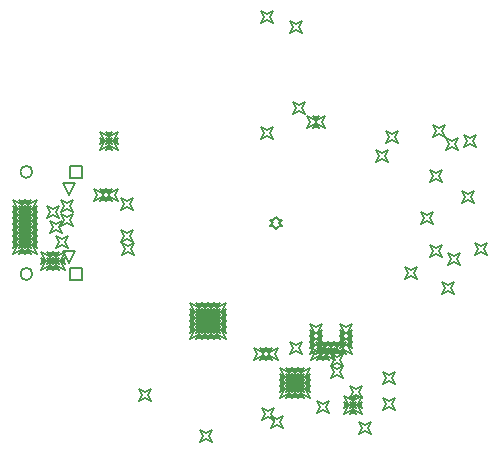
<source format=gbr>
G04 Layer_Color=2752767*
%FSLAX25Y25*%
%MOIN*%
%TF.FileFunction,Drawing*%
%TF.Part,Single*%
G01*
G75*
%ADD55C,0.00500*%
%ADD56C,0.00667*%
D55*
X325028Y374693D02*
Y378693D01*
X329028D01*
Y374693D01*
X325028D01*
X325028Y408709D02*
Y412709D01*
X329028D01*
Y408709D01*
X325028D01*
X324941Y380323D02*
X322941Y384323D01*
X326941D01*
X324941Y380323D01*
Y403079D02*
X322941Y407079D01*
X326941D01*
X324941Y403079D01*
X393701Y391701D02*
X394701Y392701D01*
X395701D01*
X394701Y393701D01*
X395701Y394701D01*
X394701D01*
X393701Y395701D01*
X392701Y394701D01*
X391701D01*
X392701Y393701D01*
X391701Y392701D01*
X392701D01*
X393701Y391701D01*
X405500Y348000D02*
X406500Y350000D01*
X405500Y352000D01*
X407500Y351000D01*
X409500Y352000D01*
X408500Y350000D01*
X409500Y348000D01*
X407500Y349000D01*
X405500Y348000D01*
X407500D02*
X408500Y350000D01*
X407500Y352000D01*
X409500Y351000D01*
X411500Y352000D01*
X410500Y350000D01*
X411500Y348000D01*
X409500Y349000D01*
X407500Y348000D01*
X409500D02*
X410500Y350000D01*
X409500Y352000D01*
X411500Y351000D01*
X413500Y352000D01*
X412500Y350000D01*
X413500Y348000D01*
X411500Y349000D01*
X409500Y348000D01*
X365000Y361000D02*
X366000Y363000D01*
X365000Y365000D01*
X367000Y364000D01*
X369000Y365000D01*
X368000Y363000D01*
X369000Y361000D01*
X367000Y362000D01*
X365000Y361000D01*
Y363000D02*
X366000Y365000D01*
X365000Y367000D01*
X367000Y366000D01*
X369000Y367000D01*
X368000Y365000D01*
X369000Y363000D01*
X367000Y364000D01*
X365000Y363000D01*
Y359000D02*
X366000Y361000D01*
X365000Y363000D01*
X367000Y362000D01*
X369000Y363000D01*
X368000Y361000D01*
X369000Y359000D01*
X367000Y360000D01*
X365000Y359000D01*
Y357000D02*
X366000Y359000D01*
X365000Y361000D01*
X367000Y360000D01*
X369000Y361000D01*
X368000Y359000D01*
X369000Y357000D01*
X367000Y358000D01*
X365000Y357000D01*
Y355000D02*
X366000Y357000D01*
X365000Y359000D01*
X367000Y358000D01*
X369000Y359000D01*
X368000Y357000D01*
X369000Y355000D01*
X367000Y356000D01*
X365000Y355000D01*
X373000D02*
X374000Y357000D01*
X373000Y359000D01*
X375000Y358000D01*
X377000Y359000D01*
X376000Y357000D01*
X377000Y355000D01*
X375000Y356000D01*
X373000Y355000D01*
X371000D02*
X372000Y357000D01*
X371000Y359000D01*
X373000Y358000D01*
X375000Y359000D01*
X374000Y357000D01*
X375000Y355000D01*
X373000Y356000D01*
X371000Y355000D01*
X369000D02*
X370000Y357000D01*
X369000Y359000D01*
X371000Y358000D01*
X373000Y359000D01*
X372000Y357000D01*
X373000Y355000D01*
X371000Y356000D01*
X369000Y355000D01*
X367000D02*
X368000Y357000D01*
X367000Y359000D01*
X369000Y358000D01*
X371000Y359000D01*
X370000Y357000D01*
X371000Y355000D01*
X369000Y356000D01*
X367000Y355000D01*
Y363000D02*
X368000Y365000D01*
X367000Y367000D01*
X369000Y366000D01*
X371000Y367000D01*
X370000Y365000D01*
X371000Y363000D01*
X369000Y364000D01*
X367000Y363000D01*
Y361000D02*
X368000Y363000D01*
X367000Y365000D01*
X369000Y364000D01*
X371000Y365000D01*
X370000Y363000D01*
X371000Y361000D01*
X369000Y362000D01*
X367000Y361000D01*
Y359000D02*
X368000Y361000D01*
X367000Y363000D01*
X369000Y362000D01*
X371000Y363000D01*
X370000Y361000D01*
X371000Y359000D01*
X369000Y360000D01*
X367000Y359000D01*
Y357000D02*
X368000Y359000D01*
X367000Y361000D01*
X369000Y360000D01*
X371000Y361000D01*
X370000Y359000D01*
X371000Y357000D01*
X369000Y358000D01*
X367000Y357000D01*
X369000D02*
X370000Y359000D01*
X369000Y361000D01*
X371000Y360000D01*
X373000Y361000D01*
X372000Y359000D01*
X373000Y357000D01*
X371000Y358000D01*
X369000Y357000D01*
X371000D02*
X372000Y359000D01*
X371000Y361000D01*
X373000Y360000D01*
X375000Y361000D01*
X374000Y359000D01*
X375000Y357000D01*
X373000Y358000D01*
X371000Y357000D01*
X373000D02*
X374000Y359000D01*
X373000Y361000D01*
X375000Y360000D01*
X377000Y361000D01*
X376000Y359000D01*
X377000Y357000D01*
X375000Y358000D01*
X373000Y357000D01*
X310000Y383500D02*
X311000Y385500D01*
X310000Y387500D01*
X312000Y386500D01*
X314000Y387500D01*
X313000Y385500D01*
X314000Y383500D01*
X312000Y384500D01*
X310000Y383500D01*
X308000D02*
X309000Y385500D01*
X308000Y387500D01*
X310000Y386500D01*
X312000Y387500D01*
X311000Y385500D01*
X312000Y383500D01*
X310000Y384500D01*
X308000Y383500D01*
X306000D02*
X307000Y385500D01*
X306000Y387500D01*
X308000Y386500D01*
X310000Y387500D01*
X309000Y385500D01*
X310000Y383500D01*
X308000Y384500D01*
X306000Y383500D01*
Y385500D02*
X307000Y387500D01*
X306000Y389500D01*
X308000Y388500D01*
X310000Y389500D01*
X309000Y387500D01*
X310000Y385500D01*
X308000Y386500D01*
X306000Y385500D01*
X308000D02*
X309000Y387500D01*
X308000Y389500D01*
X310000Y388500D01*
X312000Y389500D01*
X311000Y387500D01*
X312000Y385500D01*
X310000Y386500D01*
X308000Y385500D01*
X310000D02*
X311000Y387500D01*
X310000Y389500D01*
X312000Y388500D01*
X314000Y389500D01*
X313000Y387500D01*
X314000Y385500D01*
X312000Y386500D01*
X310000Y385500D01*
Y387500D02*
X311000Y389500D01*
X310000Y391500D01*
X312000Y390500D01*
X314000Y391500D01*
X313000Y389500D01*
X314000Y387500D01*
X312000Y388500D01*
X310000Y387500D01*
X308000D02*
X309000Y389500D01*
X308000Y391500D01*
X310000Y390500D01*
X312000Y391500D01*
X311000Y389500D01*
X312000Y387500D01*
X310000Y388500D01*
X308000Y387500D01*
X306000D02*
X307000Y389500D01*
X306000Y391500D01*
X308000Y390500D01*
X310000Y391500D01*
X309000Y389500D01*
X310000Y387500D01*
X308000Y388500D01*
X306000Y387500D01*
Y389500D02*
X307000Y391500D01*
X306000Y393500D01*
X308000Y392500D01*
X310000Y393500D01*
X309000Y391500D01*
X310000Y389500D01*
X308000Y390500D01*
X306000Y389500D01*
X308000D02*
X309000Y391500D01*
X308000Y393500D01*
X310000Y392500D01*
X312000Y393500D01*
X311000Y391500D01*
X312000Y389500D01*
X310000Y390500D01*
X308000Y389500D01*
X310000D02*
X311000Y391500D01*
X310000Y393500D01*
X312000Y392500D01*
X314000Y393500D01*
X313000Y391500D01*
X314000Y389500D01*
X312000Y390500D01*
X310000Y389500D01*
Y397500D02*
X311000Y399500D01*
X310000Y401500D01*
X312000Y400500D01*
X314000Y401500D01*
X313000Y399500D01*
X314000Y397500D01*
X312000Y398500D01*
X310000Y397500D01*
X308000D02*
X309000Y399500D01*
X308000Y401500D01*
X310000Y400500D01*
X312000Y401500D01*
X311000Y399500D01*
X312000Y397500D01*
X310000Y398500D01*
X308000Y397500D01*
X306000D02*
X307000Y399500D01*
X306000Y401500D01*
X308000Y400500D01*
X310000Y401500D01*
X309000Y399500D01*
X310000Y397500D01*
X308000Y398500D01*
X306000Y397500D01*
Y395500D02*
X307000Y397500D01*
X306000Y399500D01*
X308000Y398500D01*
X310000Y399500D01*
X309000Y397500D01*
X310000Y395500D01*
X308000Y396500D01*
X306000Y395500D01*
Y393500D02*
X307000Y395500D01*
X306000Y397500D01*
X308000Y396500D01*
X310000Y397500D01*
X309000Y395500D01*
X310000Y393500D01*
X308000Y394500D01*
X306000Y393500D01*
Y391500D02*
X307000Y393500D01*
X306000Y395500D01*
X308000Y394500D01*
X310000Y395500D01*
X309000Y393500D01*
X310000Y391500D01*
X308000Y392500D01*
X306000Y391500D01*
X308000D02*
X309000Y393500D01*
X308000Y395500D01*
X310000Y394500D01*
X312000Y395500D01*
X311000Y393500D01*
X312000Y391500D01*
X310000Y392500D01*
X308000Y391500D01*
X310000D02*
X311000Y393500D01*
X310000Y395500D01*
X312000Y394500D01*
X314000Y395500D01*
X313000Y393500D01*
X314000Y391500D01*
X312000Y392500D01*
X310000Y391500D01*
Y393500D02*
X311000Y395500D01*
X310000Y397500D01*
X312000Y396500D01*
X314000Y397500D01*
X313000Y395500D01*
X314000Y393500D01*
X312000Y394500D01*
X310000Y393500D01*
X308000D02*
X309000Y395500D01*
X308000Y397500D01*
X310000Y396500D01*
X312000Y397500D01*
X311000Y395500D01*
X312000Y393500D01*
X310000Y394500D01*
X308000Y393500D01*
Y395500D02*
X309000Y397500D01*
X308000Y399500D01*
X310000Y398500D01*
X312000Y399500D01*
X311000Y397500D01*
X312000Y395500D01*
X310000Y396500D01*
X308000Y395500D01*
X310000D02*
X311000Y397500D01*
X310000Y399500D01*
X312000Y398500D01*
X314000Y399500D01*
X313000Y397500D01*
X314000Y395500D01*
X312000Y396500D01*
X310000Y395500D01*
X333000Y401000D02*
X334000Y403000D01*
X333000Y405000D01*
X335000Y404000D01*
X337000Y405000D01*
X336000Y403000D01*
X337000Y401000D01*
X335000Y402000D01*
X333000Y401000D01*
X337000D02*
X338000Y403000D01*
X337000Y405000D01*
X339000Y404000D01*
X341000Y405000D01*
X340000Y403000D01*
X341000Y401000D01*
X339000Y402000D01*
X337000Y401000D01*
X335000D02*
X336000Y403000D01*
X335000Y405000D01*
X337000Y404000D01*
X339000Y405000D01*
X338000Y403000D01*
X339000Y401000D01*
X337000Y402000D01*
X335000Y401000D01*
Y418000D02*
X336000Y420000D01*
X335000Y422000D01*
X337000Y421000D01*
X339000Y422000D01*
X338000Y420000D01*
X339000Y418000D01*
X337000Y419000D01*
X335000Y418000D01*
X337000D02*
X338000Y420000D01*
X337000Y422000D01*
X339000Y421000D01*
X341000Y422000D01*
X340000Y420000D01*
X341000Y418000D01*
X339000Y419000D01*
X337000Y418000D01*
Y420000D02*
X338000Y422000D01*
X337000Y424000D01*
X339000Y423000D01*
X341000Y424000D01*
X340000Y422000D01*
X341000Y420000D01*
X339000Y421000D01*
X337000Y420000D01*
X335000D02*
X336000Y422000D01*
X335000Y424000D01*
X337000Y423000D01*
X339000Y424000D01*
X338000Y422000D01*
X339000Y420000D01*
X337000Y421000D01*
X335000Y420000D01*
X317500Y395500D02*
X318500Y397500D01*
X317500Y399500D01*
X319500Y398500D01*
X321500Y399500D01*
X320500Y397500D01*
X321500Y395500D01*
X319500Y396500D01*
X317500Y395500D01*
X318593Y390407D02*
X319593Y392407D01*
X318593Y394407D01*
X320593Y393407D01*
X322593Y394407D01*
X321593Y392407D01*
X322593Y390407D01*
X320593Y391407D01*
X318593Y390407D01*
X342500Y383000D02*
X343500Y385000D01*
X342500Y387000D01*
X344500Y386000D01*
X346500Y387000D01*
X345500Y385000D01*
X346500Y383000D01*
X344500Y384000D01*
X342500Y383000D01*
X342000Y398000D02*
X343000Y400000D01*
X342000Y402000D01*
X344000Y401000D01*
X346000Y402000D01*
X345000Y400000D01*
X346000Y398000D01*
X344000Y399000D01*
X342000Y398000D01*
X322000Y397500D02*
X323000Y399500D01*
X322000Y401500D01*
X324000Y400500D01*
X326000Y401500D01*
X325000Y399500D01*
X326000Y397500D01*
X324000Y398500D01*
X322000Y397500D01*
X320500Y385500D02*
X321500Y387500D01*
X320500Y389500D01*
X322500Y388500D01*
X324500Y389500D01*
X323500Y387500D01*
X324500Y385500D01*
X322500Y386500D01*
X320500Y385500D01*
X322000Y392557D02*
X323000Y394557D01*
X322000Y396557D01*
X324000Y395557D01*
X326000Y396557D01*
X325000Y394557D01*
X326000Y392557D01*
X324000Y393557D01*
X322000Y392557D01*
X446000Y422500D02*
X447000Y424500D01*
X446000Y426500D01*
X448000Y425500D01*
X450000Y426500D01*
X449000Y424500D01*
X450000Y422500D01*
X448000Y423500D01*
X446000Y422500D01*
X315500Y378000D02*
X316500Y380000D01*
X315500Y382000D01*
X317500Y381000D01*
X319500Y382000D01*
X318500Y380000D01*
X319500Y378000D01*
X317500Y379000D01*
X315500Y378000D01*
X317500D02*
X318500Y380000D01*
X317500Y382000D01*
X319500Y381000D01*
X321500Y382000D01*
X320500Y380000D01*
X321500Y378000D01*
X319500Y379000D01*
X317500Y378000D01*
X388669Y460331D02*
X389669Y462331D01*
X388669Y464331D01*
X390669Y463331D01*
X392669Y464331D01*
X391669Y462331D01*
X392669Y460331D01*
X390669Y461331D01*
X388669Y460331D01*
X449000Y370000D02*
X450000Y372000D01*
X449000Y374000D01*
X451000Y373000D01*
X453000Y374000D01*
X452000Y372000D01*
X453000Y370000D01*
X451000Y371000D01*
X449000Y370000D01*
X427000Y414000D02*
X428000Y416000D01*
X427000Y418000D01*
X429000Y417000D01*
X431000Y418000D01*
X430000Y416000D01*
X431000Y414000D01*
X429000Y415000D01*
X427000Y414000D01*
X430500Y420500D02*
X431500Y422500D01*
X430500Y424500D01*
X432500Y423500D01*
X434500Y424500D01*
X433500Y422500D01*
X434500Y420500D01*
X432500Y421500D01*
X430500Y420500D01*
X388669Y421669D02*
X389669Y423669D01*
X388669Y425669D01*
X390669Y424669D01*
X392669Y425669D01*
X391669Y423669D01*
X392669Y421669D01*
X390669Y422669D01*
X388669Y421669D01*
X398500Y457000D02*
X399500Y459000D01*
X398500Y461000D01*
X400500Y460000D01*
X402500Y461000D01*
X401500Y459000D01*
X402500Y457000D01*
X400500Y458000D01*
X398500Y457000D01*
X399500Y430000D02*
X400500Y432000D01*
X399500Y434000D01*
X401500Y433000D01*
X403500Y434000D01*
X402500Y432000D01*
X403500Y430000D01*
X401500Y431000D01*
X399500Y430000D01*
X455776Y400224D02*
X456776Y402224D01*
X455776Y404224D01*
X457776Y403224D01*
X459776Y404224D01*
X458776Y402224D01*
X459776Y400224D01*
X457776Y401224D01*
X455776Y400224D01*
X456531Y419031D02*
X457531Y421032D01*
X456531Y423032D01*
X458532Y422031D01*
X460532Y423032D01*
X459531Y421032D01*
X460532Y419031D01*
X458532Y420031D01*
X456531Y419031D01*
X450468Y417969D02*
X451469Y419969D01*
X450468Y421969D01*
X452468Y420968D01*
X454468Y421969D01*
X453469Y419969D01*
X454468Y417969D01*
X452468Y418968D01*
X450468Y417969D01*
X460000Y383000D02*
X461000Y385000D01*
X460000Y387000D01*
X462000Y386000D01*
X464000Y387000D01*
X463000Y385000D01*
X464000Y383000D01*
X462000Y384000D01*
X460000Y383000D01*
X450969Y379532D02*
X451968Y381532D01*
X450969Y383531D01*
X452969Y382531D01*
X454969Y383531D01*
X453968Y381532D01*
X454969Y379532D01*
X452969Y380532D01*
X450969Y379532D01*
X406000Y425500D02*
X407000Y427500D01*
X406000Y429500D01*
X408000Y428500D01*
X410000Y429500D01*
X409000Y427500D01*
X410000Y425500D01*
X408000Y426500D01*
X406000Y425500D01*
X429500Y340000D02*
X430500Y342000D01*
X429500Y344000D01*
X431500Y343000D01*
X433500Y344000D01*
X432500Y342000D01*
X433500Y340000D01*
X431500Y341000D01*
X429500Y340000D01*
Y331500D02*
X430500Y333500D01*
X429500Y335500D01*
X431500Y334500D01*
X433500Y335500D01*
X432500Y333500D01*
X433500Y331500D01*
X431500Y332500D01*
X429500Y331500D01*
X445000Y407500D02*
X446000Y409500D01*
X445000Y411500D01*
X447000Y410500D01*
X449000Y411500D01*
X448000Y409500D01*
X449000Y407500D01*
X447000Y408500D01*
X445000Y407500D01*
Y382500D02*
X446000Y384500D01*
X445000Y386500D01*
X447000Y385500D01*
X449000Y386500D01*
X448000Y384500D01*
X449000Y382500D01*
X447000Y383500D01*
X445000Y382500D01*
X436913Y374913D02*
X437913Y376913D01*
X436913Y378913D01*
X438913Y377913D01*
X440913Y378913D01*
X439913Y376913D01*
X440913Y374913D01*
X438913Y375913D01*
X436913Y374913D01*
X442240Y393240D02*
X443240Y395240D01*
X442240Y397240D01*
X444240Y396240D01*
X446240Y397240D01*
X445240Y395240D01*
X446240Y393240D01*
X444240Y394240D01*
X442240Y393240D01*
X421500Y323500D02*
X422500Y325500D01*
X421500Y327500D01*
X423500Y326500D01*
X425500Y327500D01*
X424500Y325500D01*
X425500Y323500D01*
X423500Y324500D01*
X421500Y323500D01*
X418500Y335500D02*
X419500Y337500D01*
X418500Y339500D01*
X420500Y338500D01*
X422500Y339500D01*
X421500Y337500D01*
X422500Y335500D01*
X420500Y336500D01*
X418500Y335500D01*
X407500Y330500D02*
X408500Y332500D01*
X407500Y334500D01*
X409500Y333500D01*
X411500Y334500D01*
X410500Y332500D01*
X411500Y330500D01*
X409500Y331500D01*
X407500Y330500D01*
X342000Y387500D02*
X343000Y389500D01*
X342000Y391500D01*
X344000Y390500D01*
X346000Y391500D01*
X345000Y389500D01*
X346000Y387500D01*
X344000Y388500D01*
X342000Y387500D01*
X404000Y425500D02*
X405000Y427500D01*
X404000Y429500D01*
X406000Y428500D01*
X408000Y429500D01*
X407000Y427500D01*
X408000Y425500D01*
X406000Y426500D01*
X404000Y425500D01*
X389000Y328000D02*
X390000Y330000D01*
X389000Y332000D01*
X391000Y331000D01*
X393000Y332000D01*
X392000Y330000D01*
X393000Y328000D01*
X391000Y329000D01*
X389000Y328000D01*
X416500Y330000D02*
X417500Y332000D01*
X416500Y334000D01*
X418500Y333000D01*
X420500Y334000D01*
X419500Y332000D01*
X420500Y330000D01*
X418500Y331000D01*
X416500Y330000D01*
Y332000D02*
X417500Y334000D01*
X416500Y336000D01*
X418500Y335000D01*
X420500Y336000D01*
X419500Y334000D01*
X420500Y332000D01*
X418500Y333000D01*
X416500Y332000D01*
X418500Y330000D02*
X419500Y332000D01*
X418500Y334000D01*
X420500Y333000D01*
X422500Y334000D01*
X421500Y332000D01*
X422500Y330000D01*
X420500Y331000D01*
X418500Y330000D01*
Y332000D02*
X419500Y334000D01*
X418500Y336000D01*
X420500Y335000D01*
X422500Y336000D01*
X421500Y334000D01*
X422500Y332000D01*
X420500Y333000D01*
X418500Y332000D01*
X392000Y325500D02*
X393000Y327500D01*
X392000Y329500D01*
X394000Y328500D01*
X396000Y329500D01*
X395000Y327500D01*
X396000Y325500D01*
X394000Y326500D01*
X392000Y325500D01*
X369000Y359000D02*
X370000Y361000D01*
X369000Y363000D01*
X371000Y362000D01*
X373000Y363000D01*
X372000Y361000D01*
X373000Y359000D01*
X371000Y360000D01*
X369000Y359000D01*
Y361000D02*
X370000Y363000D01*
X369000Y365000D01*
X371000Y364000D01*
X373000Y365000D01*
X372000Y363000D01*
X373000Y361000D01*
X371000Y362000D01*
X369000Y361000D01*
Y363000D02*
X370000Y365000D01*
X369000Y367000D01*
X371000Y366000D01*
X373000Y367000D01*
X372000Y365000D01*
X373000Y363000D01*
X371000Y364000D01*
X369000Y363000D01*
X371000D02*
X372000Y365000D01*
X371000Y367000D01*
X373000Y366000D01*
X375000Y367000D01*
X374000Y365000D01*
X375000Y363000D01*
X373000Y364000D01*
X371000Y363000D01*
Y361000D02*
X372000Y363000D01*
X371000Y365000D01*
X373000Y364000D01*
X375000Y365000D01*
X374000Y363000D01*
X375000Y361000D01*
X373000Y362000D01*
X371000Y361000D01*
Y359000D02*
X372000Y361000D01*
X371000Y363000D01*
X373000Y362000D01*
X375000Y363000D01*
X374000Y361000D01*
X375000Y359000D01*
X373000Y360000D01*
X371000Y359000D01*
X373000D02*
X374000Y361000D01*
X373000Y363000D01*
X375000Y362000D01*
X377000Y363000D01*
X376000Y361000D01*
X377000Y359000D01*
X375000Y360000D01*
X373000Y359000D01*
Y361000D02*
X374000Y363000D01*
X373000Y365000D01*
X375000Y364000D01*
X377000Y365000D01*
X376000Y363000D01*
X377000Y361000D01*
X375000Y362000D01*
X373000Y361000D01*
Y363000D02*
X374000Y365000D01*
X373000Y367000D01*
X375000Y366000D01*
X377000Y367000D01*
X376000Y365000D01*
X377000Y363000D01*
X375000Y364000D01*
X373000Y363000D01*
X401000Y335500D02*
X402000Y337500D01*
X401000Y339500D01*
X403000Y338500D01*
X405000Y339500D01*
X404000Y337500D01*
X405000Y335500D01*
X403000Y336500D01*
X401000Y335500D01*
X399000D02*
X400000Y337500D01*
X399000Y339500D01*
X401000Y338500D01*
X403000Y339500D01*
X402000Y337500D01*
X403000Y335500D01*
X401000Y336500D01*
X399000Y335500D01*
Y337500D02*
X400000Y339500D01*
X399000Y341500D01*
X401000Y340500D01*
X403000Y341500D01*
X402000Y339500D01*
X403000Y337500D01*
X401000Y338500D01*
X399000Y337500D01*
X401000D02*
X402000Y339500D01*
X401000Y341500D01*
X403000Y340500D01*
X405000Y341500D01*
X404000Y339500D01*
X405000Y337500D01*
X403000Y338500D01*
X401000Y337500D01*
Y339500D02*
X402000Y341500D01*
X401000Y343500D01*
X403000Y342500D01*
X405000Y343500D01*
X404000Y341500D01*
X405000Y339500D01*
X403000Y340500D01*
X401000Y339500D01*
X399000D02*
X400000Y341500D01*
X399000Y343500D01*
X401000Y342500D01*
X403000Y343500D01*
X402000Y341500D01*
X403000Y339500D01*
X401000Y340500D01*
X399000Y339500D01*
X397000D02*
X398000Y341500D01*
X397000Y343500D01*
X399000Y342500D01*
X401000Y343500D01*
X400000Y341500D01*
X401000Y339500D01*
X399000Y340500D01*
X397000Y339500D01*
Y337500D02*
X398000Y339500D01*
X397000Y341500D01*
X399000Y340500D01*
X401000Y341500D01*
X400000Y339500D01*
X401000Y337500D01*
X399000Y338500D01*
X397000Y337500D01*
Y335500D02*
X398000Y337500D01*
X397000Y339500D01*
X399000Y338500D01*
X401000Y339500D01*
X400000Y337500D01*
X401000Y335500D01*
X399000Y336500D01*
X397000Y335500D01*
X395000D02*
X396000Y337500D01*
X395000Y339500D01*
X397000Y338500D01*
X399000Y339500D01*
X398000Y337500D01*
X399000Y335500D01*
X397000Y336500D01*
X395000Y335500D01*
Y337500D02*
X396000Y339500D01*
X395000Y341500D01*
X397000Y340500D01*
X399000Y341500D01*
X398000Y339500D01*
X399000Y337500D01*
X397000Y338500D01*
X395000Y337500D01*
Y339500D02*
X396000Y341500D01*
X395000Y343500D01*
X397000Y342500D01*
X399000Y343500D01*
X398000Y341500D01*
X399000Y339500D01*
X397000Y340500D01*
X395000Y339500D01*
Y341500D02*
X396000Y343500D01*
X395000Y345500D01*
X397000Y344500D01*
X399000Y345500D01*
X398000Y343500D01*
X399000Y341500D01*
X397000Y342500D01*
X395000Y341500D01*
X397000D02*
X398000Y343500D01*
X397000Y345500D01*
X399000Y344500D01*
X401000Y345500D01*
X400000Y343500D01*
X401000Y341500D01*
X399000Y342500D01*
X397000Y341500D01*
X399000D02*
X400000Y343500D01*
X399000Y345500D01*
X401000Y344500D01*
X403000Y345500D01*
X402000Y343500D01*
X403000Y341500D01*
X401000Y342500D01*
X399000Y341500D01*
X401000D02*
X402000Y343500D01*
X401000Y345500D01*
X403000Y344500D01*
X405000Y345500D01*
X404000Y343500D01*
X405000Y341500D01*
X403000Y342500D01*
X401000Y341500D01*
X390500Y348000D02*
X391500Y350000D01*
X390500Y352000D01*
X392500Y351000D01*
X394500Y352000D01*
X393500Y350000D01*
X394500Y348000D01*
X392500Y349000D01*
X390500Y348000D01*
X388500D02*
X389500Y350000D01*
X388500Y352000D01*
X390500Y351000D01*
X392500Y352000D01*
X391500Y350000D01*
X392500Y348000D01*
X390500Y349000D01*
X388500Y348000D01*
X386500D02*
X387500Y350000D01*
X386500Y352000D01*
X388500Y351000D01*
X390500Y352000D01*
X389500Y350000D01*
X390500Y348000D01*
X388500Y349000D01*
X386500Y348000D01*
X412000Y346000D02*
X413000Y348000D01*
X412000Y350000D01*
X414000Y349000D01*
X416000Y350000D01*
X415000Y348000D01*
X416000Y346000D01*
X414000Y347000D01*
X412000Y346000D01*
Y342000D02*
X413000Y344000D01*
X412000Y346000D01*
X414000Y345000D01*
X416000Y346000D01*
X415000Y344000D01*
X416000Y342000D01*
X414000Y343000D01*
X412000Y342000D01*
X415000Y352000D02*
X416000Y354000D01*
X415000Y356000D01*
X417000Y355000D01*
X419000Y356000D01*
X418000Y354000D01*
X419000Y352000D01*
X417000Y353000D01*
X415000Y352000D01*
Y350000D02*
X416000Y352000D01*
X415000Y354000D01*
X417000Y353000D01*
X419000Y354000D01*
X418000Y352000D01*
X419000Y350000D01*
X417000Y351000D01*
X415000Y350000D01*
Y354000D02*
X416000Y356000D01*
X415000Y358000D01*
X417000Y357000D01*
X419000Y358000D01*
X418000Y356000D01*
X419000Y354000D01*
X417000Y355000D01*
X415000Y354000D01*
Y356000D02*
X416000Y358000D01*
X415000Y360000D01*
X417000Y359000D01*
X419000Y360000D01*
X418000Y358000D01*
X419000Y356000D01*
X417000Y357000D01*
X415000Y356000D01*
X413000Y350000D02*
X414000Y352000D01*
X413000Y354000D01*
X415000Y353000D01*
X417000Y354000D01*
X416000Y352000D01*
X417000Y350000D01*
X415000Y351000D01*
X413000Y350000D01*
X398500D02*
X399500Y352000D01*
X398500Y354000D01*
X400500Y353000D01*
X402500Y354000D01*
X401500Y352000D01*
X402500Y350000D01*
X400500Y351000D01*
X398500Y350000D01*
X411000D02*
X412000Y352000D01*
X411000Y354000D01*
X413000Y353000D01*
X415000Y354000D01*
X414000Y352000D01*
X415000Y350000D01*
X413000Y351000D01*
X411000Y350000D01*
X409000D02*
X410000Y352000D01*
X409000Y354000D01*
X411000Y353000D01*
X413000Y354000D01*
X412000Y352000D01*
X413000Y350000D01*
X411000Y351000D01*
X409000Y350000D01*
X407000D02*
X408000Y352000D01*
X407000Y354000D01*
X409000Y353000D01*
X411000Y354000D01*
X410000Y352000D01*
X411000Y350000D01*
X409000Y351000D01*
X407000Y350000D01*
X405000D02*
X406000Y352000D01*
X405000Y354000D01*
X407000Y353000D01*
X409000Y354000D01*
X408000Y352000D01*
X409000Y350000D01*
X407000Y351000D01*
X405000Y350000D01*
Y352000D02*
X406000Y354000D01*
X405000Y356000D01*
X407000Y355000D01*
X409000Y356000D01*
X408000Y354000D01*
X409000Y352000D01*
X407000Y353000D01*
X405000Y352000D01*
Y354000D02*
X406000Y356000D01*
X405000Y358000D01*
X407000Y357000D01*
X409000Y358000D01*
X408000Y356000D01*
X409000Y354000D01*
X407000Y355000D01*
X405000Y354000D01*
Y356000D02*
X406000Y358000D01*
X405000Y360000D01*
X407000Y359000D01*
X409000Y360000D01*
X408000Y358000D01*
X409000Y356000D01*
X407000Y357000D01*
X405000Y356000D01*
X315500Y380000D02*
X316500Y382000D01*
X315500Y384000D01*
X317500Y383000D01*
X319500Y384000D01*
X318500Y382000D01*
X319500Y380000D01*
X317500Y381000D01*
X315500Y380000D01*
X319500Y378000D02*
X320500Y380000D01*
X319500Y382000D01*
X321500Y381000D01*
X323500Y382000D01*
X322500Y380000D01*
X323500Y378000D01*
X321500Y379000D01*
X319500Y378000D01*
Y380000D02*
X320500Y382000D01*
X319500Y384000D01*
X321500Y383000D01*
X323500Y384000D01*
X322500Y382000D01*
X323500Y380000D01*
X321500Y381000D01*
X319500Y380000D01*
X317500D02*
X318500Y382000D01*
X317500Y384000D01*
X319500Y383000D01*
X321500Y384000D01*
X320500Y382000D01*
X321500Y380000D01*
X319500Y381000D01*
X317500Y380000D01*
X368531Y320532D02*
X369531Y322532D01*
X368531Y324532D01*
X370532Y323532D01*
X372532Y324532D01*
X371532Y322532D01*
X372532Y320532D01*
X370532Y321532D01*
X368531Y320532D01*
X348000Y334500D02*
X349000Y336500D01*
X348000Y338500D01*
X350000Y337500D01*
X352000Y338500D01*
X351000Y336500D01*
X352000Y334500D01*
X350000Y335500D01*
X348000Y334500D01*
D56*
X312571Y410709D02*
G03*
X312571Y410709I-2000J0D01*
G01*
Y376693D02*
G03*
X312571Y376693I-2000J0D01*
G01*
%TF.MD5,CD6668D124F80E9ED47ECFE074CF6B31*%
M02*

</source>
